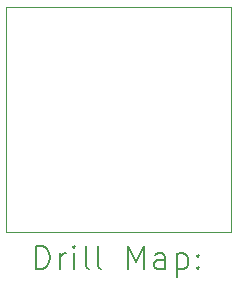
<source format=gbr>
%FSLAX45Y45*%
G04 Gerber Fmt 4.5, Leading zero omitted, Abs format (unit mm)*
G04 Created by KiCad (PCBNEW (6.0.2-0)) date 2022-08-03 13:24:26*
%MOMM*%
%LPD*%
G01*
G04 APERTURE LIST*
%TA.AperFunction,Profile*%
%ADD10C,0.100000*%
%TD*%
%ADD11C,0.200000*%
G04 APERTURE END LIST*
D10*
X9047000Y-10952000D02*
X10953000Y-10952000D01*
X10953000Y-10952000D02*
X10953000Y-9047000D01*
X10953000Y-9047000D02*
X9047000Y-9047000D01*
X9047000Y-9047000D02*
X9047000Y-10952000D01*
D11*
X9299619Y-11267476D02*
X9299619Y-11067476D01*
X9347238Y-11067476D01*
X9375810Y-11077000D01*
X9394857Y-11096048D01*
X9404381Y-11115095D01*
X9413905Y-11153190D01*
X9413905Y-11181762D01*
X9404381Y-11219857D01*
X9394857Y-11238905D01*
X9375810Y-11257952D01*
X9347238Y-11267476D01*
X9299619Y-11267476D01*
X9499619Y-11267476D02*
X9499619Y-11134143D01*
X9499619Y-11172238D02*
X9509143Y-11153190D01*
X9518667Y-11143667D01*
X9537714Y-11134143D01*
X9556762Y-11134143D01*
X9623429Y-11267476D02*
X9623429Y-11134143D01*
X9623429Y-11067476D02*
X9613905Y-11077000D01*
X9623429Y-11086524D01*
X9632952Y-11077000D01*
X9623429Y-11067476D01*
X9623429Y-11086524D01*
X9747238Y-11267476D02*
X9728190Y-11257952D01*
X9718667Y-11238905D01*
X9718667Y-11067476D01*
X9852000Y-11267476D02*
X9832952Y-11257952D01*
X9823429Y-11238905D01*
X9823429Y-11067476D01*
X10080571Y-11267476D02*
X10080571Y-11067476D01*
X10147238Y-11210333D01*
X10213905Y-11067476D01*
X10213905Y-11267476D01*
X10394857Y-11267476D02*
X10394857Y-11162714D01*
X10385333Y-11143667D01*
X10366286Y-11134143D01*
X10328190Y-11134143D01*
X10309143Y-11143667D01*
X10394857Y-11257952D02*
X10375810Y-11267476D01*
X10328190Y-11267476D01*
X10309143Y-11257952D01*
X10299619Y-11238905D01*
X10299619Y-11219857D01*
X10309143Y-11200809D01*
X10328190Y-11191286D01*
X10375810Y-11191286D01*
X10394857Y-11181762D01*
X10490095Y-11134143D02*
X10490095Y-11334143D01*
X10490095Y-11143667D02*
X10509143Y-11134143D01*
X10547238Y-11134143D01*
X10566286Y-11143667D01*
X10575810Y-11153190D01*
X10585333Y-11172238D01*
X10585333Y-11229381D01*
X10575810Y-11248428D01*
X10566286Y-11257952D01*
X10547238Y-11267476D01*
X10509143Y-11267476D01*
X10490095Y-11257952D01*
X10671048Y-11248428D02*
X10680571Y-11257952D01*
X10671048Y-11267476D01*
X10661524Y-11257952D01*
X10671048Y-11248428D01*
X10671048Y-11267476D01*
X10671048Y-11143667D02*
X10680571Y-11153190D01*
X10671048Y-11162714D01*
X10661524Y-11153190D01*
X10671048Y-11143667D01*
X10671048Y-11162714D01*
M02*

</source>
